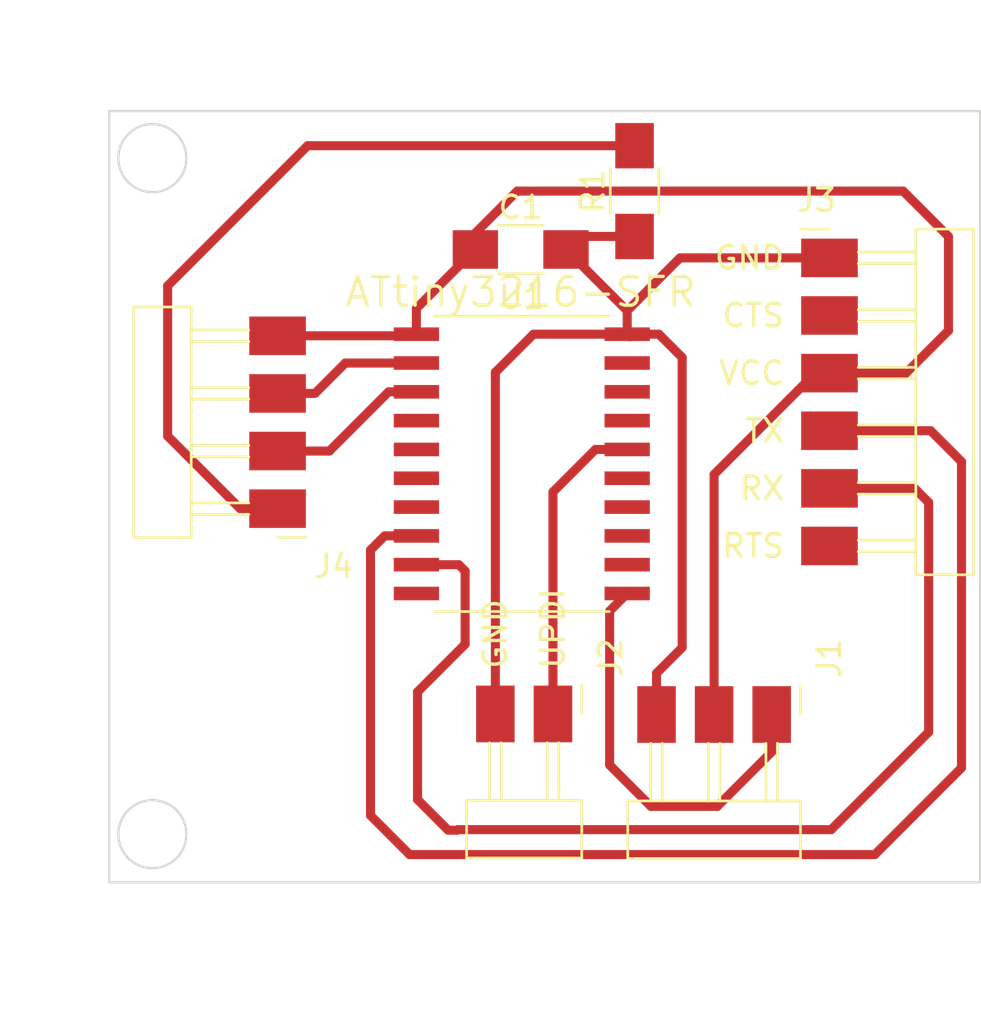
<source format=kicad_pcb>
(kicad_pcb (version 20211014) (generator pcbnew)
  (layers (0 "F.Cu" signal) (31 "B.Cu" signal) (34 "B.Paste" user) (35 "F.Paste" user) (36 "B.SilkS" user "B.Silkscreen") (37 "F.SilkS" user "F.Silkscreen") (38 "B.Mask" user) (39 "F.Mask" user) (44 "Edge.Cuts" user))
  (net 0 "")
  (net 1 "GND")
  (net 2 "VCC")
  (net 3 "/signal")
  (net 4 "/UPDI")
  (net 6 "/TX")
  (net 7 "/RX")
  (net 9 "/trig")
  (net 10 "/echo")
  (footprint "fab:PinHeader_UPDI_01x02_P2.54mm_Horizontal_SMD" (layer "F.Cu") (at 131.5 73.525 -90)
    (fp_text reference "J2" (at -1.524 -2.54 90) (layer "F.SilkS") (effects (justify left)))
    (fp_text value "UPDI")
    (fp_text user "UPDI" (at -1.905 0 90) (layer "F.SilkS") (effects (justify left)))
    (fp_text user "GND" (at -1.905 2.54 90) (layer "F.SilkS") (effects (justify left)))
    (fp_line (start 3.81 -1.27) (end 6.35 -1.27) (layer "F.SilkS") (width 0.12))
    (fp_line (start 6.35 3.81) (end 3.81 3.81) (layer "F.SilkS") (width 0.12))
    (fp_line (start 3.81 0.254) (end 1.27 0.254) (layer "F.SilkS") (width 0.12))
    (fp_line (start 6.35 -1.27) (end 6.35 3.81) (layer "F.SilkS") (width 0.12))
    (fp_line (start 3.81 2.794) (end 1.27 2.794) (layer "F.SilkS") (width 0.12))
    (fp_line (start 3.81 2.286) (end 1.27 2.286) (layer "F.SilkS") (width 0.12))
    (fp_line (start -1.27 -1.27) (end 0 -1.27) (layer "F.SilkS") (width 0.12))
    (fp_line (start 3.81 -0.254) (end 1.27 -0.254) (layer "F.SilkS") (width 0.12))
    (fp_line (start 3.81 3.81) (end 3.81 -1.27) (layer "F.SilkS") (width 0.12))
    (pad "1" smd rect locked (at 0 0 270) (size 2.5 1.7) (layers "F.Cu" "F.Paste" "F.Mask") (net 4 "/UPDI"))
    (pad "2" smd rect locked (at 0 2.54 270) (size 2.5 1.7) (layers "F.Cu" "F.Paste" "F.Mask") (net 1 "GND"))
  )
  (footprint "fab:PinHeader_1x03_P2.54mm_Horizontal_SMD" (layer "F.Cu") (at 141.15 73.55 -90)
    (fp_text reference "J1" (at -1.524 -2.54 90) (layer "F.SilkS") (effects (justify left)))
    (fp_text value "servo")
    (fp_line (start 6.35 -1.27) (end 6.35 6.35) (layer "F.SilkS") (width 0.12))
    (fp_line (start 3.81 2.286) (end 1.27 2.286) (layer "F.SilkS") (width 0.12))
    (fp_line (start 6.35 6.35) (end 3.81 6.35) (layer "F.SilkS") (width 0.12))
    (fp_line (start 3.81 6.35) (end 3.81 -1.27) (layer "F.SilkS") (width 0.12))
    (fp_line (start 3.81 2.794) (end 1.27 2.794) (layer "F.SilkS") (width 0.12))
    (fp_line (start 3.81 4.826) (end 1.27 4.826) (layer "F.SilkS") (width 0.12))
    (fp_line (start 3.81 -1.27) (end 6.35 -1.27) (layer "F.SilkS") (width 0.12))
    (fp_line (start 3.81 5.334) (end 1.27 5.334) (layer "F.SilkS") (width 0.12))
    (fp_line (start -1.27 -1.27) (end 0 -1.27) (layer "F.SilkS") (width 0.12))
    (fp_line (start 3.81 0.254) (end 1.27 0.254) (layer "F.SilkS") (width 0.12))
    (fp_line (start 3.81 -0.254) (end 1.27 -0.254) (layer "F.SilkS") (width 0.12))
    (pad "1" smd rect locked (at 0 0 270) (size 2.5 1.7) (layers "F.Cu" "F.Paste" "F.Mask") (net 3 "/signal"))
    (pad "2" smd rect locked (at 0 2.54 270) (size 2.5 1.7) (layers "F.Cu" "F.Paste" "F.Mask") (net 2 "VCC"))
    (pad "3" smd rect locked (at 0 5.08 270) (size 2.5 1.7) (layers "F.Cu" "F.Paste" "F.Mask") (net 1 "GND"))
  )
  (footprint "fab:C_1206" (layer "F.Cu") (at 130.075 53.05)
    (fp_text reference "C1" (at 0 -1.85) (layer "F.SilkS"))
    (fp_text value "C")
    (fp_line (start -1 -1.07) (end 1 -1.07) (layer "F.SilkS") (width 0.12))
    (fp_line (start 1 1.07) (end -1 1.07) (layer "F.SilkS") (width 0.12))
    (pad "1" smd rect locked (at -2 0) (size 2 1.7) (layers "F.Cu" "F.Paste" "F.Mask") (net 2 "VCC"))
    (pad "2" smd rect locked (at 2 0) (size 2 1.7) (layers "F.Cu" "F.Paste" "F.Mask") (net 1 "GND"))
  )
  (footprint "fab:PinHeader_FTDI_01x06_P2.54mm_Horizontal_SMD" (layer "F.Cu") (at 143.7 53.42)
    (fp_text reference "J3" (at -1.524 -2.54 180) (layer "F.SilkS") (effects (justify left)))
    (fp_text value "FTDI")
    (fp_text user "RTS" (at -1.905 12.7) (layer "F.SilkS") (effects (justify right)))
    (fp_text user "GND" (at -1.905 0) (layer "F.SilkS") (effects (justify right)))
    (fp_text user "VCC" (at -1.905 5.08) (layer "F.SilkS") (effects (justify right)))
    (fp_text user "TX" (at -1.905 7.62) (layer "F.SilkS") (effects (justify right)))
    (fp_text user "CTS" (at -1.905 2.54) (layer "F.SilkS") (effects (justify right)))
    (fp_text user "RX" (at -1.905 10.16) (layer "F.SilkS") (effects (justify right)))
    (fp_line (start 3.81 9.906) (end 1.27 9.906) (layer "F.SilkS") (width 0.12))
    (fp_line (start 6.35 13.97) (end 3.81 13.97) (layer "F.SilkS") (width 0.12))
    (fp_line (start 3.81 2.286) (end 1.27 2.286) (layer "F.SilkS") (width 0.12))
    (fp_line (start 3.81 7.874) (end 1.27 7.874) (layer "F.SilkS") (width 0.12))
    (fp_line (start 3.81 2.794) (end 1.27 2.794) (layer "F.SilkS") (width 0.12))
    (fp_line (start 3.81 12.446) (end 1.27 12.446) (layer "F.SilkS") (width 0.12))
    (fp_line (start 3.81 5.334) (end 1.27 5.334) (layer "F.SilkS") (width 0.12))
    (fp_line (start 3.81 10.414) (end 1.27 10.414) (layer "F.SilkS") (width 0.12))
    (fp_line (start -1.27 -1.27) (end 0 -1.27) (layer "F.SilkS") (width 0.12))
    (fp_line (start 3.81 4.826) (end 1.27 4.826) (layer "F.SilkS") (width 0.12))
    (fp_line (start 3.81 0.254) (end 1.27 0.254) (layer "F.SilkS") (width 0.12))
    (fp_line (start 3.81 12.954) (end 1.27 12.954) (layer "F.SilkS") (width 0.12))
    (fp_line (start 6.35 -1.27) (end 6.35 13.97) (layer "F.SilkS") (width 0.12))
    (fp_line (start 3.81 -1.27) (end 6.35 -1.27) (layer "F.SilkS") (width 0.12))
    (fp_line (start 3.81 -0.254) (end 1.27 -0.254) (layer "F.SilkS") (width 0.12))
    (fp_line (start 3.81 13.97) (end 3.81 -1.27) (layer "F.SilkS") (width 0.12))
    (fp_line (start 3.81 7.366) (end 1.27 7.366) (layer "F.SilkS") (width 0.12))
    (pad "1" smd rect locked (at 0 0) (size 2.5 1.7) (layers "F.Cu" "F.Paste" "F.Mask") (net 1 "GND"))
    (pad "2" smd rect locked (at 0 2.54) (size 2.5 1.7) (layers "F.Cu" "F.Paste" "F.Mask"))
    (pad "3" smd rect locked (at 0 5.08) (size 2.5 1.7) (layers "F.Cu" "F.Paste" "F.Mask") (net 2 "VCC"))
    (pad "4" smd rect locked (at 0 7.62) (size 2.5 1.7) (layers "F.Cu" "F.Paste" "F.Mask") (net 6 "/TX"))
    (pad "5" smd rect locked (at 0 10.16) (size 2.5 1.7) (layers "F.Cu" "F.Paste" "F.Mask") (net 7 "/RX"))
    (pad "6" smd rect locked (at 0 12.7) (size 2.5 1.7) (layers "F.Cu" "F.Paste" "F.Mask"))
  )
  (footprint "fab:PinHeader_1x04_P2.54mm_Horizontal_SMD" (layer "F.Cu") (at 119.35 64.475 180)
    (fp_text reference "J4" (at -1.524 -2.54) (layer "F.SilkS") (effects (justify left)))
    (fp_text value "HC-SR04")
    (fp_line (start 6.35 -1.27) (end 6.35 8.89) (layer "F.SilkS") (width 0.12))
    (fp_line (start 3.81 7.366) (end 1.27 7.366) (layer "F.SilkS") (width 0.12))
    (fp_line (start 3.81 0.254) (end 1.27 0.254) (layer "F.SilkS") (width 0.12))
    (fp_line (start 3.81 2.794) (end 1.27 2.794) (layer "F.SilkS") (width 0.12))
    (fp_line (start 3.81 -1.27) (end 6.35 -1.27) (layer "F.SilkS") (width 0.12))
    (fp_line (start 3.81 4.826) (end 1.27 4.826) (layer "F.SilkS") (width 0.12))
    (fp_line (start 3.81 -0.254) (end 1.27 -0.254) (layer "F.SilkS") (width 0.12))
    (fp_line (start 3.81 8.89) (end 3.81 -1.27) (layer "F.SilkS") (width 0.12))
    (fp_line (start 3.81 5.334) (end 1.27 5.334) (layer "F.SilkS") (width 0.12))
    (fp_line (start 3.81 7.874) (end 1.27 7.874) (layer "F.SilkS") (width 0.12))
    (fp_line (start -1.27 -1.27) (end 0 -1.27) (layer "F.SilkS") (width 0.12))
    (fp_line (start 3.81 2.286) (end 1.27 2.286) (layer "F.SilkS") (width 0.12))
    (fp_line (start 6.35 8.89) (end 3.81 8.89) (layer "F.SilkS") (width 0.12))
    (pad "1" smd rect locked (at 0 0 180) (size 2.5 1.7) (layers "F.Cu" "F.Paste" "F.Mask") (net 1 "GND"))
    (pad "2" smd rect locked (at 0 2.54 180) (size 2.5 1.7) (layers "F.Cu" "F.Paste" "F.Mask") (net 10 "/echo"))
    (pad "3" smd rect locked (at 0 5.08 180) (size 2.5 1.7) (layers "F.Cu" "F.Paste" "F.Mask") (net 9 "/trig"))
    (pad "4" smd rect locked (at 0 7.62 180) (size 2.5 1.7) (layers "F.Cu" "F.Paste" "F.Mask") (net 2 "VCC"))
  )
  (footprint "fab:R_1206" (layer "F.Cu") (at 135.1 50.475 90)
    (fp_text reference "R1" (at 0 -1.85 90) (layer "F.SilkS"))
    (fp_text value "0ohm")
    (fp_line (start 1 1.07) (end -1 1.07) (layer "F.SilkS") (width 0.12))
    (fp_line (start -1 -1.07) (end 1 -1.07) (layer "F.SilkS") (width 0.12))
    (pad "1" smd rect locked (at -2 0 90) (size 2 1.7) (layers "F.Cu" "F.Paste" "F.Mask") (net 1 "GND"))
    (pad "2" smd rect locked (at 2 0 90) (size 2 1.7) (layers "F.Cu" "F.Paste" "F.Mask") (net 1 "GND"))
  )
  (footprint "fab:SOIC-20_7.5x12.8mm_P1.27mm" (layer "F.Cu") (at 130.125 62.5)
    (fp_text reference "U1" (at 0 -7.35) (layer "F.SilkS"))
    (fp_text value "ATtiny3216-SFR" (at -0.05 -7.575) (layer "F.SilkS") (effects (font (size 1.27 1.27))))
    (fp_line (start 0 -6.51) (end 3.86 -6.51) (layer "F.SilkS") (width 0.12))
    (fp_line (start 0 -6.51) (end -3.86 -6.51) (layer "F.SilkS") (width 0.12))
    (fp_line (start 0 6.51) (end 3.86 6.51) (layer "F.SilkS") (width 0.12))
    (fp_line (start 0 6.51) (end -3.86 6.51) (layer "F.SilkS") (width 0.12))
    (pad "1" smd rect locked (at -4.65 -5.715) (size 2 0.6) (layers "F.Cu" "F.Paste" "F.Mask") (net 2 "VCC"))
    (pad "2" smd rect locked (at -4.65 -4.445) (size 2 0.6) (layers "F.Cu" "F.Paste" "F.Mask") (net 9 "/trig"))
    (pad "3" smd rect locked (at -4.65 -3.175) (size 2 0.6) (layers "F.Cu" "F.Paste" "F.Mask") (net 10 "/echo"))
    (pad "4" smd rect locked (at -4.65 -1.905) (size 2 0.6) (layers "F.Cu" "F.Paste" "F.Mask"))
    (pad "5" smd rect locked (at -4.65 -0.635) (size 2 0.6) (layers "F.Cu" "F.Paste" "F.Mask"))
    (pad "6" smd rect locked (at -4.65 0.635) (size 2 0.6) (layers "F.Cu" "F.Paste" "F.Mask"))
    (pad "7" smd rect locked (at -4.65 1.905) (size 2 0.6) (layers "F.Cu" "F.Paste" "F.Mask"))
    (pad "8" smd rect locked (at -4.65 3.175) (size 2 0.6) (layers "F.Cu" "F.Paste" "F.Mask") (net 6 "/TX"))
    (pad "9" smd rect locked (at -4.65 4.445) (size 2 0.6) (layers "F.Cu" "F.Paste" "F.Mask") (net 7 "/RX"))
    (pad "10" smd rect locked (at -4.65 5.715) (size 2 0.6) (layers "F.Cu" "F.Paste" "F.Mask"))
    (pad "11" smd rect locked (at 4.65 5.715) (size 2 0.6) (layers "F.Cu" "F.Paste" "F.Mask") (net 3 "/signal"))
    (pad "12" smd rect locked (at 4.65 4.445) (size 2 0.6) (layers "F.Cu" "F.Paste" "F.Mask"))
    (pad "13" smd rect locked (at 4.65 3.175) (size 2 0.6) (layers "F.Cu" "F.Paste" "F.Mask"))
    (pad "14" smd rect locked (at 4.65 1.905) (size 2 0.6) (layers "F.Cu" "F.Paste" "F.Mask"))
    (pad "15" smd rect locked (at 4.65 0.635) (size 2 0.6) (layers "F.Cu" "F.Paste" "F.Mask"))
    (pad "16" smd rect locked (at 4.65 -0.635) (size 2 0.6) (layers "F.Cu" "F.Paste" "F.Mask") (net 4 "/UPDI"))
    (pad "17" smd rect locked (at 4.65 -1.905) (size 2 0.6) (layers "F.Cu" "F.Paste" "F.Mask"))
    (pad "18" smd rect locked (at 4.65 -3.175) (size 2 0.6) (layers "F.Cu" "F.Paste" "F.Mask"))
    (pad "19" smd rect locked (at 4.65 -4.445) (size 2 0.6) (layers "F.Cu" "F.Paste" "F.Mask"))
    (pad "20" smd rect locked (at 4.65 -5.715) (size 2 0.6) (layers "F.Cu" "F.Paste" "F.Mask") (net 1 "GND"))
  )
  (gr_circle (center 113.825 49.025) (end 115.325 49.05) (layer "Edge.Cuts") (width 0.1) (fill none))
  (gr_rect (start 111.925 46.95) (end 150.35 80.95) (layer "Edge.Cuts") (width 0.1) (fill none))
  (gr_circle (center 113.825 78.825) (end 115.325 78.85) (layer "Edge.Cuts") (width 0.1) (fill none))
  (segment (start 143.7 53.42) (end 137.105 53.42) (width 0.4) (layer "F.Cu") (net 1))
  (segment (start 132.075 53.05) (end 134.775 55.75) (width 0.4) (layer "F.Cu") (net 1))
  (segment (start 130.64 56.785) (end 128.96 58.465) (width 0.4) (layer "F.Cu") (net 1))
  (segment (start 135.1 52.475) (end 132.65 52.475) (width 0.4) (layer "F.Cu") (net 1))
  (segment (start 137.105 53.42) (end 134.775 55.75) (width 0.4) (layer "F.Cu") (net 1))
  (segment (start 137.2 70.6) (end 136.07 71.73) (width 0.4) (layer "F.Cu") (net 1))
  (segment (start 120.675 48.475) (end 135.1 48.475) (width 0.4) (layer "F.Cu") (net 1))
  (segment (start 117.7 64.475) (end 114.5 61.275) (width 0.4) (layer "F.Cu") (net 1))
  (segment (start 114.5 61.275) (end 114.5 54.65) (width 0.4) (layer "F.Cu") (net 1))
  (segment (start 137.2 57.81) (end 137.2 70.6) (width 0.4) (layer "F.Cu") (net 1))
  (segment (start 119.35 64.475) (end 117.7 64.475) (width 0.4) (layer "F.Cu") (net 1))
  (segment (start 132.65 52.475) (end 132.075 53.05) (width 0.4) (layer "F.Cu") (net 1))
  (segment (start 134.775 56.785) (end 136.175 56.785) (width 0.4) (layer "F.Cu") (net 1))
  (segment (start 136.175 56.785) (end 137.2 57.81) (width 0.4) (layer "F.Cu") (net 1))
  (segment (start 134.89 56.9) (end 134.775 56.785) (width 0.4) (layer "F.Cu") (net 1))
  (segment (start 114.5 54.65) (end 120.675 48.475) (width 0.4) (layer "F.Cu") (net 1))
  (segment (start 134.79 56.8) (end 134.775 56.785) (width 0.4) (layer "F.Cu") (net 1))
  (segment (start 128.96 58.465) (end 128.96 73.525) (width 0.4) (layer "F.Cu") (net 1))
  (segment (start 134.775 56.785) (end 130.64 56.785) (width 0.4) (layer "F.Cu") (net 1))
  (segment (start 134.775 55.75) (end 134.775 56.785) (width 0.4) (layer "F.Cu") (net 1))
  (segment (start 136.07 71.73) (end 136.07 73.55) (width 0.4) (layer "F.Cu") (net 1))
  (segment (start 119.35 56.855) (end 125.405 56.855) (width 0.4) (layer "F.Cu") (net 2))
  (segment (start 146.95 50.475) (end 148.95 52.475) (width 0.4) (layer "F.Cu") (net 2))
  (segment (start 143.075 58.5) (end 138.61 62.965) (width 0.4) (layer "F.Cu") (net 2))
  (segment (start 125.475 55.65) (end 125.475 56.785) (width 0.4) (layer "F.Cu") (net 2))
  (segment (start 147.075 58.5) (end 143.7 58.5) (width 0.4) (layer "F.Cu") (net 2))
  (segment (start 148.95 56.625) (end 147.075 58.5) (width 0.4) (layer "F.Cu") (net 2))
  (segment (start 128.075 53.05) (end 125.475 55.65) (width 0.4) (layer "F.Cu") (net 2))
  (segment (start 148.95 52.475) (end 148.95 56.625) (width 0.4) (layer "F.Cu") (net 2))
  (segment (start 143.7 58.5) (end 143.075 58.5) (width 0.4) (layer "F.Cu") (net 2))
  (segment (start 138.61 62.965) (end 138.61 73.55) (width 0.4) (layer "F.Cu") (net 2))
  (segment (start 129.925 50.475) (end 146.95 50.475) (width 0.4) (layer "F.Cu") (net 2))
  (segment (start 128.075 53.05) (end 128.075 52.325) (width 0.4) (layer "F.Cu") (net 2))
  (segment (start 125.405 56.855) (end 125.475 56.785) (width 0.4) (layer "F.Cu") (net 2))
  (segment (start 128.075 52.325) (end 129.925 50.475) (width 0.4) (layer "F.Cu") (net 2))
  (segment (start 138.75 77.6) (end 135.825 77.6) (width 0.4) (layer "F.Cu") (net 3))
  (segment (start 134 75.775) (end 134 68.99) (width 0.4) (layer "F.Cu") (net 3))
  (segment (start 134 68.99) (end 134.775 68.215) (width 0.4) (layer "F.Cu") (net 3))
  (segment (start 141.15 73.55) (end 141.15 75.2) (width 0.4) (layer "F.Cu") (net 3))
  (segment (start 135.825 77.6) (end 134 75.775) (width 0.4) (layer "F.Cu") (net 3))
  (segment (start 141.15 75.2) (end 138.75 77.6) (width 0.4) (layer "F.Cu") (net 3))
  (segment (start 133.375 61.865) (end 134.775 61.865) (width 0.4) (layer "F.Cu") (net 4))
  (segment (start 131.5 63.74) (end 133.375 61.865) (width 0.4) (layer "F.Cu") (net 4))
  (segment (start 131.5 73.525) (end 131.5 63.74) (width 0.4) (layer "F.Cu") (net 4))
  (segment (start 124.075 65.675) (end 125.475 65.675) (width 0.4) (layer "F.Cu") (net 6))
  (segment (start 148.165 61.04) (end 149.525 62.4) (width 0.4) (layer "F.Cu") (net 6))
  (segment (start 125.175 79.725) (end 123.45 78) (width 0.4) (layer "F.Cu") (net 6))
  (segment (start 149.525 75.9) (end 145.7 79.725) (width 0.4) (layer "F.Cu") (net 6))
  (segment (start 145.7 79.725) (end 125.175 79.725) (width 0.4) (layer "F.Cu") (net 6))
  (segment (start 123.45 78) (end 123.45 66.3) (width 0.4) (layer "F.Cu") (net 6))
  (segment (start 149.525 62.4) (end 149.525 75.9) (width 0.4) (layer "F.Cu") (net 6))
  (segment (start 123.45 66.3) (end 124.075 65.675) (width 0.4) (layer "F.Cu") (net 6))
  (segment (start 143.7 61.04) (end 148.165 61.04) (width 0.4) (layer "F.Cu") (net 6))
  (segment (start 148.075 74.325) (end 143.775 78.625) (width 0.4) (layer "F.Cu") (net 7))
  (segment (start 127.3 78.625) (end 127.275 78.65) (width 0.4) (layer "F.Cu") (net 7))
  (segment (start 143.7 63.58) (end 147.455 63.58) (width 0.4) (layer "F.Cu") (net 7))
  (segment (start 143.775 78.625) (end 127.3 78.625) (width 0.4) (layer "F.Cu") (net 7))
  (segment (start 127.345 66.945) (end 125.475 66.945) (width 0.4) (layer "F.Cu") (net 7))
  (segment (start 127.625 70.45) (end 127.625 67.225) (width 0.4) (layer "F.Cu") (net 7))
  (segment (start 147.455 63.58) (end 148.075 64.2) (width 0.4) (layer "F.Cu") (net 7))
  (segment (start 148.075 64.2) (end 148.075 74.325) (width 0.4) (layer "F.Cu") (net 7))
  (segment (start 127.625 67.225) (end 127.345 66.945) (width 0.4) (layer "F.Cu") (net 7))
  (segment (start 125.525 72.55) (end 127.625 70.45) (width 0.4) (layer "F.Cu") (net 7))
  (segment (start 127.275 78.65) (end 126.875 78.65) (width 0.4) (layer "F.Cu") (net 7))
  (segment (start 126.875 78.65) (end 125.525 77.3) (width 0.4) (layer "F.Cu") (net 7))
  (segment (start 125.525 77.3) (end 125.525 72.55) (width 0.4) (layer "F.Cu") (net 7))
  (segment (start 119.35 59.395) (end 121 59.395) (width 0.4) (layer "F.Cu") (net 9))
  (segment (start 121 59.395) (end 122.34 58.055) (width 0.4) (layer "F.Cu") (net 9))
  (segment (start 122.34 58.055) (end 125.475 58.055) (width 0.4) (layer "F.Cu") (net 9))
  (segment (start 121.635978 61.935) (end 124.245978 59.325) (width 0.4) (layer "F.Cu") (net 10))
  (segment (start 124.245978 59.325) (end 125.475 59.325) (width 0.4) (layer "F.Cu") (net 10))
  (segment (start 119.35 61.935) (end 121.635978 61.935) (width 0.4) (layer "F.Cu") (net 10))
)
</source>
